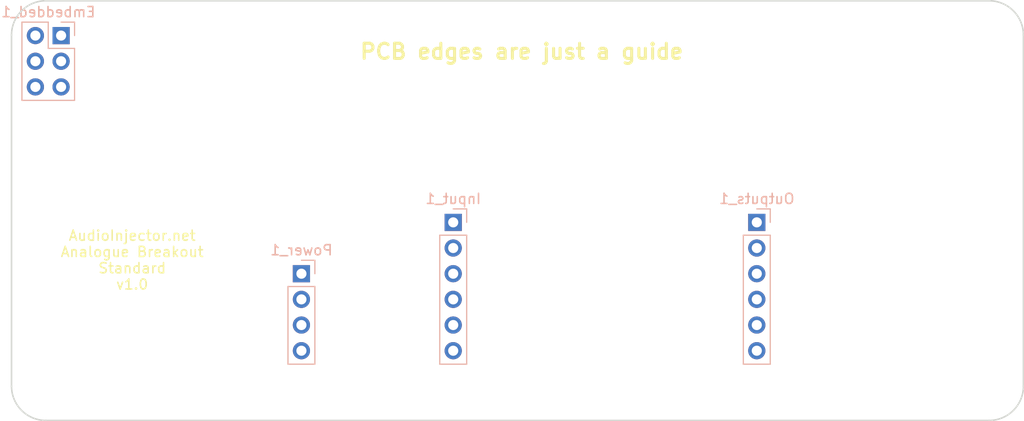
<source format=kicad_pcb>
(kicad_pcb (version 20171130) (host pcbnew 5.1.4+dfsg1-1)

  (general
    (thickness 1.6)
    (drawings 10)
    (tracks 0)
    (zones 0)
    (modules 5)
    (nets 2)
  )

  (page A4)
  (layers
    (0 F.Cu signal)
    (31 B.Cu jumper)
    (32 B.Adhes user)
    (33 F.Adhes user)
    (34 B.Paste user)
    (35 F.Paste user)
    (36 B.SilkS user)
    (37 F.SilkS user)
    (38 B.Mask user)
    (39 F.Mask user)
    (40 Dwgs.User user)
    (41 Cmts.User user)
    (42 Eco1.User user)
    (43 Eco2.User user)
    (44 Edge.Cuts user)
    (45 Margin user)
    (46 B.CrtYd user)
    (47 F.CrtYd user)
    (48 B.Fab user)
    (49 F.Fab user)
  )

  (setup
    (last_trace_width 0.25)
    (trace_clearance 0.2)
    (zone_clearance 0.25)
    (zone_45_only no)
    (trace_min 0.2)
    (via_size 0.5)
    (via_drill 0.3)
    (via_min_size 0.4)
    (via_min_drill 0.3)
    (uvia_size 0.3)
    (uvia_drill 0.1)
    (uvias_allowed no)
    (uvia_min_size 0.2)
    (uvia_min_drill 0.1)
    (edge_width 0.15)
    (segment_width 0.2)
    (pcb_text_width 0.3)
    (pcb_text_size 1.5 1.5)
    (mod_edge_width 0.15)
    (mod_text_size 1 1)
    (mod_text_width 0.15)
    (pad_size 1.524 1.524)
    (pad_drill 0.762)
    (pad_to_mask_clearance 0.051)
    (solder_mask_min_width 0.25)
    (aux_axis_origin 0 0)
    (visible_elements FFFBFF7F)
    (pcbplotparams
      (layerselection 0x010fc_ffffffff)
      (usegerberextensions false)
      (usegerberattributes false)
      (usegerberadvancedattributes false)
      (creategerberjobfile false)
      (gerberprecision 5)
      (excludeedgelayer true)
      (linewidth 0.100000)
      (plotframeref false)
      (viasonmask false)
      (mode 1)
      (useauxorigin false)
      (hpglpennumber 1)
      (hpglpenspeed 20)
      (hpglpendiameter 15.000000)
      (psnegative false)
      (psa4output false)
      (plotreference false)
      (plotvalue false)
      (plotinvisibletext false)
      (padsonsilk false)
      (subtractmaskfromsilk false)
      (outputformat 1)
      (mirror false)
      (drillshape 0)
      (scaleselection 1)
      (outputdirectory "flax.project30/"))
  )

  (net 0 "")
  (net 1 GND)

  (net_class Default "This is the default net class."
    (clearance 0.2)
    (trace_width 0.25)
    (via_dia 0.5)
    (via_drill 0.3)
    (uvia_dia 0.3)
    (uvia_drill 0.1)
    (add_net GND)
  )

  (net_class power ""
    (clearance 0.2)
    (trace_width 0.75)
    (via_dia 0.5)
    (via_drill 0.3)
    (uvia_dia 0.3)
    (uvia_drill 0.1)
  )

  (net_class "power .5" ""
    (clearance 0.2)
    (trace_width 0.5)
    (via_dia 0.5)
    (via_drill 0.3)
    (uvia_dia 0.3)
    (uvia_drill 0.1)
  )

  (module Connector_PinHeader_2.54mm:PinHeader_1x06_P2.54mm_Vertical (layer B.Cu) (tedit 59FED5CC) (tstamp 5E706E69)
    (at 113.05 142.2 180)
    (descr "Through hole straight pin header, 1x06, 2.54mm pitch, single row")
    (tags "Through hole pin header THT 1x06 2.54mm single row")
    (path /5D89AC6D)
    (fp_text reference Input_1 (at 0 2.33) (layer B.SilkS)
      (effects (font (size 1 1) (thickness 0.15)) (justify mirror))
    )
    (fp_text value IN (at 0 -15.03) (layer B.Fab)
      (effects (font (size 1 1) (thickness 0.15)) (justify mirror))
    )
    (fp_line (start -0.635 1.27) (end 1.27 1.27) (layer B.Fab) (width 0.1))
    (fp_line (start 1.27 1.27) (end 1.27 -13.97) (layer B.Fab) (width 0.1))
    (fp_line (start 1.27 -13.97) (end -1.27 -13.97) (layer B.Fab) (width 0.1))
    (fp_line (start -1.27 -13.97) (end -1.27 0.635) (layer B.Fab) (width 0.1))
    (fp_line (start -1.27 0.635) (end -0.635 1.27) (layer B.Fab) (width 0.1))
    (fp_line (start -1.33 -14.03) (end 1.33 -14.03) (layer B.SilkS) (width 0.12))
    (fp_line (start -1.33 -1.27) (end -1.33 -14.03) (layer B.SilkS) (width 0.12))
    (fp_line (start 1.33 -1.27) (end 1.33 -14.03) (layer B.SilkS) (width 0.12))
    (fp_line (start -1.33 -1.27) (end 1.33 -1.27) (layer B.SilkS) (width 0.12))
    (fp_line (start -1.33 0) (end -1.33 1.33) (layer B.SilkS) (width 0.12))
    (fp_line (start -1.33 1.33) (end 0 1.33) (layer B.SilkS) (width 0.12))
    (fp_line (start -1.8 1.8) (end -1.8 -14.5) (layer B.CrtYd) (width 0.05))
    (fp_line (start -1.8 -14.5) (end 1.8 -14.5) (layer B.CrtYd) (width 0.05))
    (fp_line (start 1.8 -14.5) (end 1.8 1.8) (layer B.CrtYd) (width 0.05))
    (fp_line (start 1.8 1.8) (end -1.8 1.8) (layer B.CrtYd) (width 0.05))
    (fp_text user %R (at 0 -6.35 270) (layer B.Fab)
      (effects (font (size 1 1) (thickness 0.15)) (justify mirror))
    )
    (pad 1 thru_hole rect (at 0 0 180) (size 1.7 1.7) (drill 1) (layers *.Cu *.Mask))
    (pad 2 thru_hole oval (at 0 -2.54 180) (size 1.7 1.7) (drill 1) (layers *.Cu *.Mask))
    (pad 3 thru_hole oval (at 0 -5.08 180) (size 1.7 1.7) (drill 1) (layers *.Cu *.Mask)
      (net 1 GND))
    (pad 4 thru_hole oval (at 0 -7.62 180) (size 1.7 1.7) (drill 1) (layers *.Cu *.Mask))
    (pad 5 thru_hole oval (at 0 -10.16 180) (size 1.7 1.7) (drill 1) (layers *.Cu *.Mask))
    (pad 6 thru_hole oval (at 0 -12.7 180) (size 1.7 1.7) (drill 1) (layers *.Cu *.Mask)
      (net 1 GND))
    (model ${KISYS3DMOD}/Connector_PinHeader_2.54mm.3dshapes/PinHeader_1x06_P2.54mm_Vertical.wrl
      (at (xyz 0 0 0))
      (scale (xyz 1 1 1))
      (rotate (xyz 0 0 0))
    )
  )

  (module RPi:RPi_Hat_Mounting_Hole locked (layer F.Cu) (tedit 55217CCB) (tstamp 5E87501D)
    (at 166.05 124.7)
    (descr "Mounting hole, Befestigungsbohrung, 2,7mm, No Annular, Kein Restring,")
    (tags "Mounting hole, Befestigungsbohrung, 2,7mm, No Annular, Kein Restring,")
    (fp_text reference "" (at 0 -4.0005) (layer F.SilkS) hide
      (effects (font (size 1 1) (thickness 0.15)))
    )
    (fp_text value "" (at 0.09906 3.59918) (layer F.Fab) hide
      (effects (font (size 1 1) (thickness 0.15)))
    )
    (fp_circle (center 0 0) (end 3.1 0) (layer B.CrtYd) (width 0.15))
    (fp_circle (center 0 0) (end 3.1 0) (layer F.CrtYd) (width 0.15))
    (fp_circle (center 0 0) (end 1.375 0) (layer B.Fab) (width 0.15))
    (fp_circle (center 0 0) (end 3.1 0) (layer B.Fab) (width 0.15))
    (fp_circle (center 0 0) (end 3.1 0) (layer F.Fab) (width 0.15))
    (fp_circle (center 0 0) (end 1.375 0) (layer F.Fab) (width 0.15))
    (pad "" np_thru_hole circle (at 0 0) (size 2.75 2.75) (drill 2.75) (layers *.Cu *.Mask)
      (solder_mask_margin 1.725) (clearance 1.725))
  )

  (module Connector_PinHeader_2.54mm:PinHeader_1x06_P2.54mm_Vertical (layer B.Cu) (tedit 59FED5CC) (tstamp 5E706E83)
    (at 143.05 142.2 180)
    (descr "Through hole straight pin header, 1x06, 2.54mm pitch, single row")
    (tags "Through hole pin header THT 1x06 2.54mm single row")
    (path /5AA3B498)
    (fp_text reference Outputs_1 (at 0 2.33) (layer B.SilkS)
      (effects (font (size 1 1) (thickness 0.15)) (justify mirror))
    )
    (fp_text value OUT (at 0 -15.03) (layer B.Fab)
      (effects (font (size 1 1) (thickness 0.15)) (justify mirror))
    )
    (fp_text user %R (at 0 -6.35 90) (layer F.Fab)
      (effects (font (size 1 1) (thickness 0.15)))
    )
    (fp_line (start 1.8 1.8) (end -1.8 1.8) (layer B.CrtYd) (width 0.05))
    (fp_line (start 1.8 -14.5) (end 1.8 1.8) (layer B.CrtYd) (width 0.05))
    (fp_line (start -1.8 -14.5) (end 1.8 -14.5) (layer B.CrtYd) (width 0.05))
    (fp_line (start -1.8 1.8) (end -1.8 -14.5) (layer B.CrtYd) (width 0.05))
    (fp_line (start -1.33 1.33) (end 0 1.33) (layer B.SilkS) (width 0.12))
    (fp_line (start -1.33 0) (end -1.33 1.33) (layer B.SilkS) (width 0.12))
    (fp_line (start -1.33 -1.27) (end 1.33 -1.27) (layer B.SilkS) (width 0.12))
    (fp_line (start 1.33 -1.27) (end 1.33 -14.03) (layer B.SilkS) (width 0.12))
    (fp_line (start -1.33 -1.27) (end -1.33 -14.03) (layer B.SilkS) (width 0.12))
    (fp_line (start -1.33 -14.03) (end 1.33 -14.03) (layer B.SilkS) (width 0.12))
    (fp_line (start -1.27 0.635) (end -0.635 1.27) (layer B.Fab) (width 0.1))
    (fp_line (start -1.27 -13.97) (end -1.27 0.635) (layer B.Fab) (width 0.1))
    (fp_line (start 1.27 -13.97) (end -1.27 -13.97) (layer B.Fab) (width 0.1))
    (fp_line (start 1.27 1.27) (end 1.27 -13.97) (layer B.Fab) (width 0.1))
    (fp_line (start -0.635 1.27) (end 1.27 1.27) (layer B.Fab) (width 0.1))
    (pad 6 thru_hole oval (at 0 -12.7 180) (size 1.7 1.7) (drill 1) (layers *.Cu *.Mask))
    (pad 5 thru_hole oval (at 0 -10.16 180) (size 1.7 1.7) (drill 1) (layers *.Cu *.Mask))
    (pad 4 thru_hole oval (at 0 -7.62 180) (size 1.7 1.7) (drill 1) (layers *.Cu *.Mask))
    (pad 3 thru_hole oval (at 0 -5.08 180) (size 1.7 1.7) (drill 1) (layers *.Cu *.Mask))
    (pad 2 thru_hole oval (at 0 -2.54 180) (size 1.7 1.7) (drill 1) (layers *.Cu *.Mask))
    (pad 1 thru_hole rect (at 0 0 180) (size 1.7 1.7) (drill 1) (layers *.Cu *.Mask))
    (model ${KISYS3DMOD}/Connector_PinHeader_2.54mm.3dshapes/PinHeader_1x06_P2.54mm_Vertical.wrl
      (at (xyz 0 0 0))
      (scale (xyz 1 1 1))
      (rotate (xyz 0 0 0))
    )
  )

  (module Connector_PinHeader_2.54mm:PinHeader_1x04_P2.54mm_Vertical (layer B.Cu) (tedit 59FED5CC) (tstamp 5E706E9B)
    (at 98.05 147.28 180)
    (descr "Through hole straight pin header, 1x04, 2.54mm pitch, single row")
    (tags "Through hole pin header THT 1x04 2.54mm single row")
    (path /5B61ACD3)
    (fp_text reference Power_1 (at 0 2.33) (layer B.SilkS)
      (effects (font (size 1 1) (thickness 0.15)) (justify mirror))
    )
    (fp_text value Power (at 0 -9.95) (layer B.Fab)
      (effects (font (size 1 1) (thickness 0.15)) (justify mirror))
    )
    (fp_line (start -0.635 1.27) (end 1.27 1.27) (layer B.Fab) (width 0.1))
    (fp_line (start 1.27 1.27) (end 1.27 -8.89) (layer B.Fab) (width 0.1))
    (fp_line (start 1.27 -8.89) (end -1.27 -8.89) (layer B.Fab) (width 0.1))
    (fp_line (start -1.27 -8.89) (end -1.27 0.635) (layer B.Fab) (width 0.1))
    (fp_line (start -1.27 0.635) (end -0.635 1.27) (layer B.Fab) (width 0.1))
    (fp_line (start -1.33 -8.95) (end 1.33 -8.95) (layer B.SilkS) (width 0.12))
    (fp_line (start -1.33 -1.27) (end -1.33 -8.95) (layer B.SilkS) (width 0.12))
    (fp_line (start 1.33 -1.27) (end 1.33 -8.95) (layer B.SilkS) (width 0.12))
    (fp_line (start -1.33 -1.27) (end 1.33 -1.27) (layer B.SilkS) (width 0.12))
    (fp_line (start -1.33 0) (end -1.33 1.33) (layer B.SilkS) (width 0.12))
    (fp_line (start -1.33 1.33) (end 0 1.33) (layer B.SilkS) (width 0.12))
    (fp_line (start -1.8 1.8) (end -1.8 -9.4) (layer B.CrtYd) (width 0.05))
    (fp_line (start -1.8 -9.4) (end 1.8 -9.4) (layer B.CrtYd) (width 0.05))
    (fp_line (start 1.8 -9.4) (end 1.8 1.8) (layer B.CrtYd) (width 0.05))
    (fp_line (start 1.8 1.8) (end -1.8 1.8) (layer B.CrtYd) (width 0.05))
    (fp_text user %R (at 0 -3.81 180) (layer B.Fab)
      (effects (font (size 1 1) (thickness 0.15)) (justify mirror))
    )
    (pad 1 thru_hole rect (at 0 0 180) (size 1.7 1.7) (drill 1) (layers *.Cu *.Mask))
    (pad 2 thru_hole oval (at 0 -2.54 180) (size 1.7 1.7) (drill 1) (layers *.Cu *.Mask)
      (net 1 GND))
    (pad 3 thru_hole oval (at 0 -5.08 180) (size 1.7 1.7) (drill 1) (layers *.Cu *.Mask))
    (pad 4 thru_hole oval (at 0 -7.62 180) (size 1.7 1.7) (drill 1) (layers *.Cu *.Mask))
    (model ${KISYS3DMOD}/Connector_PinHeader_2.54mm.3dshapes/PinHeader_1x04_P2.54mm_Vertical.wrl
      (at (xyz 0 0 0))
      (scale (xyz 1 1 1))
      (rotate (xyz 0 0 0))
    )
  )

  (module Connector_PinHeader_2.54mm:PinHeader_2x03_P2.54mm_Vertical (layer B.Cu) (tedit 59FED5CC) (tstamp 5E870ECB)
    (at 74.3 123.72 180)
    (descr "Through hole straight pin header, 2x03, 2.54mm pitch, double rows")
    (tags "Through hole pin header THT 2x03 2.54mm double row")
    (path /5E5D5773)
    (fp_text reference Embedded_1 (at 1.27 2.33) (layer B.SilkS)
      (effects (font (size 1 1) (thickness 0.15)) (justify mirror))
    )
    (fp_text value Embedded (at 1.27 -7.41) (layer B.Fab)
      (effects (font (size 1 1) (thickness 0.15)) (justify mirror))
    )
    (fp_line (start 0 1.27) (end 3.81 1.27) (layer B.Fab) (width 0.1))
    (fp_line (start 3.81 1.27) (end 3.81 -6.35) (layer B.Fab) (width 0.1))
    (fp_line (start 3.81 -6.35) (end -1.27 -6.35) (layer B.Fab) (width 0.1))
    (fp_line (start -1.27 -6.35) (end -1.27 0) (layer B.Fab) (width 0.1))
    (fp_line (start -1.27 0) (end 0 1.27) (layer B.Fab) (width 0.1))
    (fp_line (start -1.33 -6.41) (end 3.87 -6.41) (layer B.SilkS) (width 0.12))
    (fp_line (start -1.33 -1.27) (end -1.33 -6.41) (layer B.SilkS) (width 0.12))
    (fp_line (start 3.87 1.33) (end 3.87 -6.41) (layer B.SilkS) (width 0.12))
    (fp_line (start -1.33 -1.27) (end 1.27 -1.27) (layer B.SilkS) (width 0.12))
    (fp_line (start 1.27 -1.27) (end 1.27 1.33) (layer B.SilkS) (width 0.12))
    (fp_line (start 1.27 1.33) (end 3.87 1.33) (layer B.SilkS) (width 0.12))
    (fp_line (start -1.33 0) (end -1.33 1.33) (layer B.SilkS) (width 0.12))
    (fp_line (start -1.33 1.33) (end 0 1.33) (layer B.SilkS) (width 0.12))
    (fp_line (start -1.8 1.8) (end -1.8 -6.85) (layer B.CrtYd) (width 0.05))
    (fp_line (start -1.8 -6.85) (end 4.35 -6.85) (layer B.CrtYd) (width 0.05))
    (fp_line (start 4.35 -6.85) (end 4.35 1.8) (layer B.CrtYd) (width 0.05))
    (fp_line (start 4.35 1.8) (end -1.8 1.8) (layer B.CrtYd) (width 0.05))
    (fp_text user %R (at 1.27 -2.54 180) (layer B.Fab)
      (effects (font (size 1 1) (thickness 0.15)) (justify mirror))
    )
    (pad 1 thru_hole rect (at 0 0 180) (size 1.7 1.7) (drill 1) (layers *.Cu *.Mask))
    (pad 2 thru_hole oval (at 2.54 0 180) (size 1.7 1.7) (drill 1) (layers *.Cu *.Mask))
    (pad 3 thru_hole oval (at 0 -2.54 180) (size 1.7 1.7) (drill 1) (layers *.Cu *.Mask))
    (pad 4 thru_hole oval (at 2.54 -2.54 180) (size 1.7 1.7) (drill 1) (layers *.Cu *.Mask))
    (pad 5 thru_hole oval (at 0 -5.08 180) (size 1.7 1.7) (drill 1) (layers *.Cu *.Mask))
    (pad 6 thru_hole oval (at 2.54 -5.08 180) (size 1.7 1.7) (drill 1) (layers *.Cu *.Mask))
    (model ${KISYS3DMOD}/Connector_PinHeader_2.54mm.3dshapes/PinHeader_2x03_P2.54mm_Vertical.wrl
      (at (xyz 0 0 0))
      (scale (xyz 1 1 1))
      (rotate (xyz 0 0 0))
    )
  )

  (gr_text "PCB edges are just a guide" (at 119.825 125.3) (layer F.SilkS)
    (effects (font (size 1.5 1.5) (thickness 0.3)))
  )
  (gr_text "AudioInjector.net\nAnalogue Breakout\nStandard\nv1.0" (at 81.325 145.925) (layer F.SilkS)
    (effects (font (size 1 1) (thickness 0.15)))
  )
  (gr_line (start 169.4 123.65) (end 169.4 158.4) (layer Edge.Cuts) (width 0.15) (tstamp 5E70525C))
  (gr_line (start 69.4 123.65) (end 69.4 158.425) (layer Edge.Cuts) (width 0.15))
  (gr_arc (start 72.8 123.675) (end 72.8 120.275) (angle -90) (layer Edge.Cuts) (width 0.15) (tstamp 5D860D7F))
  (gr_arc (start 72.8 158.4) (end 69.4 158.4) (angle -90) (layer Edge.Cuts) (width 0.15) (tstamp 5D860D74))
  (gr_arc (start 166 158.4) (end 166 161.8) (angle -90) (layer Edge.Cuts) (width 0.15))
  (gr_arc (start 166 123.675) (end 169.4 123.675) (angle -90) (layer Edge.Cuts) (width 0.15))
  (gr_line (start 72.8 161.8) (end 166 161.8) (layer Edge.Cuts) (width 0.15) (tstamp 5E57623E))
  (gr_line (start 72.8 120.275) (end 166 120.275) (layer Edge.Cuts) (width 0.15) (tstamp 5E705218))

)

</source>
